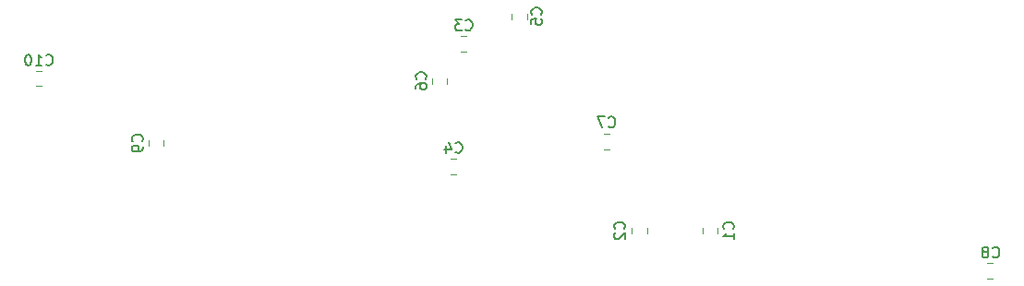
<source format=gbo>
G04 #@! TF.GenerationSoftware,KiCad,Pcbnew,(5.1.5)-3*
G04 #@! TF.CreationDate,2020-01-24T21:34:17-05:00*
G04 #@! TF.ProjectId,SmallyMouse2,536d616c-6c79-44d6-9f75-7365322e6b69,2.0*
G04 #@! TF.SameCoordinates,Original*
G04 #@! TF.FileFunction,Legend,Bot*
G04 #@! TF.FilePolarity,Positive*
%FSLAX46Y46*%
G04 Gerber Fmt 4.6, Leading zero omitted, Abs format (unit mm)*
G04 Created by KiCad (PCBNEW (5.1.5)-3) date 2020-01-24 21:34:17*
%MOMM*%
%LPD*%
G04 APERTURE LIST*
%ADD10C,0.120000*%
%ADD11C,0.150000*%
G04 APERTURE END LIST*
D10*
X98236252Y-37260000D02*
X97713748Y-37260000D01*
X98236252Y-35840000D02*
X97713748Y-35840000D01*
X109410000Y-42213748D02*
X109410000Y-42736252D01*
X107990000Y-42213748D02*
X107990000Y-42736252D01*
X160210000Y-50263748D02*
X160210000Y-50786252D01*
X158790000Y-50263748D02*
X158790000Y-50786252D01*
X185436252Y-54910000D02*
X184913748Y-54910000D01*
X185436252Y-53490000D02*
X184913748Y-53490000D01*
X150286252Y-43060000D02*
X149763748Y-43060000D01*
X150286252Y-41640000D02*
X149763748Y-41640000D01*
X135410000Y-36513748D02*
X135410000Y-37036252D01*
X133990000Y-36513748D02*
X133990000Y-37036252D01*
X141290000Y-31136252D02*
X141290000Y-30613748D01*
X142710000Y-31136252D02*
X142710000Y-30613748D01*
X136261252Y-45310000D02*
X135738748Y-45310000D01*
X136261252Y-43890000D02*
X135738748Y-43890000D01*
X137186252Y-34060000D02*
X136663748Y-34060000D01*
X137186252Y-32640000D02*
X136663748Y-32640000D01*
X153710000Y-50263748D02*
X153710000Y-50786252D01*
X152290000Y-50263748D02*
X152290000Y-50786252D01*
D11*
X98617857Y-35257142D02*
X98665476Y-35304761D01*
X98808333Y-35352380D01*
X98903571Y-35352380D01*
X99046428Y-35304761D01*
X99141666Y-35209523D01*
X99189285Y-35114285D01*
X99236904Y-34923809D01*
X99236904Y-34780952D01*
X99189285Y-34590476D01*
X99141666Y-34495238D01*
X99046428Y-34400000D01*
X98903571Y-34352380D01*
X98808333Y-34352380D01*
X98665476Y-34400000D01*
X98617857Y-34447619D01*
X97665476Y-35352380D02*
X98236904Y-35352380D01*
X97951190Y-35352380D02*
X97951190Y-34352380D01*
X98046428Y-34495238D01*
X98141666Y-34590476D01*
X98236904Y-34638095D01*
X97046428Y-34352380D02*
X96951190Y-34352380D01*
X96855952Y-34400000D01*
X96808333Y-34447619D01*
X96760714Y-34542857D01*
X96713095Y-34733333D01*
X96713095Y-34971428D01*
X96760714Y-35161904D01*
X96808333Y-35257142D01*
X96855952Y-35304761D01*
X96951190Y-35352380D01*
X97046428Y-35352380D01*
X97141666Y-35304761D01*
X97189285Y-35257142D01*
X97236904Y-35161904D01*
X97284523Y-34971428D01*
X97284523Y-34733333D01*
X97236904Y-34542857D01*
X97189285Y-34447619D01*
X97141666Y-34400000D01*
X97046428Y-34352380D01*
X107407142Y-42308333D02*
X107454761Y-42260714D01*
X107502380Y-42117857D01*
X107502380Y-42022619D01*
X107454761Y-41879761D01*
X107359523Y-41784523D01*
X107264285Y-41736904D01*
X107073809Y-41689285D01*
X106930952Y-41689285D01*
X106740476Y-41736904D01*
X106645238Y-41784523D01*
X106550000Y-41879761D01*
X106502380Y-42022619D01*
X106502380Y-42117857D01*
X106550000Y-42260714D01*
X106597619Y-42308333D01*
X107502380Y-42784523D02*
X107502380Y-42975000D01*
X107454761Y-43070238D01*
X107407142Y-43117857D01*
X107264285Y-43213095D01*
X107073809Y-43260714D01*
X106692857Y-43260714D01*
X106597619Y-43213095D01*
X106550000Y-43165476D01*
X106502380Y-43070238D01*
X106502380Y-42879761D01*
X106550000Y-42784523D01*
X106597619Y-42736904D01*
X106692857Y-42689285D01*
X106930952Y-42689285D01*
X107026190Y-42736904D01*
X107073809Y-42784523D01*
X107121428Y-42879761D01*
X107121428Y-43070238D01*
X107073809Y-43165476D01*
X107026190Y-43213095D01*
X106930952Y-43260714D01*
X161607142Y-50358333D02*
X161654761Y-50310714D01*
X161702380Y-50167857D01*
X161702380Y-50072619D01*
X161654761Y-49929761D01*
X161559523Y-49834523D01*
X161464285Y-49786904D01*
X161273809Y-49739285D01*
X161130952Y-49739285D01*
X160940476Y-49786904D01*
X160845238Y-49834523D01*
X160750000Y-49929761D01*
X160702380Y-50072619D01*
X160702380Y-50167857D01*
X160750000Y-50310714D01*
X160797619Y-50358333D01*
X161702380Y-51310714D02*
X161702380Y-50739285D01*
X161702380Y-51025000D02*
X160702380Y-51025000D01*
X160845238Y-50929761D01*
X160940476Y-50834523D01*
X160988095Y-50739285D01*
X185416666Y-52907142D02*
X185464285Y-52954761D01*
X185607142Y-53002380D01*
X185702380Y-53002380D01*
X185845238Y-52954761D01*
X185940476Y-52859523D01*
X185988095Y-52764285D01*
X186035714Y-52573809D01*
X186035714Y-52430952D01*
X185988095Y-52240476D01*
X185940476Y-52145238D01*
X185845238Y-52050000D01*
X185702380Y-52002380D01*
X185607142Y-52002380D01*
X185464285Y-52050000D01*
X185416666Y-52097619D01*
X184845238Y-52430952D02*
X184940476Y-52383333D01*
X184988095Y-52335714D01*
X185035714Y-52240476D01*
X185035714Y-52192857D01*
X184988095Y-52097619D01*
X184940476Y-52050000D01*
X184845238Y-52002380D01*
X184654761Y-52002380D01*
X184559523Y-52050000D01*
X184511904Y-52097619D01*
X184464285Y-52192857D01*
X184464285Y-52240476D01*
X184511904Y-52335714D01*
X184559523Y-52383333D01*
X184654761Y-52430952D01*
X184845238Y-52430952D01*
X184940476Y-52478571D01*
X184988095Y-52526190D01*
X185035714Y-52621428D01*
X185035714Y-52811904D01*
X184988095Y-52907142D01*
X184940476Y-52954761D01*
X184845238Y-53002380D01*
X184654761Y-53002380D01*
X184559523Y-52954761D01*
X184511904Y-52907142D01*
X184464285Y-52811904D01*
X184464285Y-52621428D01*
X184511904Y-52526190D01*
X184559523Y-52478571D01*
X184654761Y-52430952D01*
X150191666Y-40957142D02*
X150239285Y-41004761D01*
X150382142Y-41052380D01*
X150477380Y-41052380D01*
X150620238Y-41004761D01*
X150715476Y-40909523D01*
X150763095Y-40814285D01*
X150810714Y-40623809D01*
X150810714Y-40480952D01*
X150763095Y-40290476D01*
X150715476Y-40195238D01*
X150620238Y-40100000D01*
X150477380Y-40052380D01*
X150382142Y-40052380D01*
X150239285Y-40100000D01*
X150191666Y-40147619D01*
X149858333Y-40052380D02*
X149191666Y-40052380D01*
X149620238Y-41052380D01*
X133407142Y-36608333D02*
X133454761Y-36560714D01*
X133502380Y-36417857D01*
X133502380Y-36322619D01*
X133454761Y-36179761D01*
X133359523Y-36084523D01*
X133264285Y-36036904D01*
X133073809Y-35989285D01*
X132930952Y-35989285D01*
X132740476Y-36036904D01*
X132645238Y-36084523D01*
X132550000Y-36179761D01*
X132502380Y-36322619D01*
X132502380Y-36417857D01*
X132550000Y-36560714D01*
X132597619Y-36608333D01*
X132502380Y-37465476D02*
X132502380Y-37275000D01*
X132550000Y-37179761D01*
X132597619Y-37132142D01*
X132740476Y-37036904D01*
X132930952Y-36989285D01*
X133311904Y-36989285D01*
X133407142Y-37036904D01*
X133454761Y-37084523D01*
X133502380Y-37179761D01*
X133502380Y-37370238D01*
X133454761Y-37465476D01*
X133407142Y-37513095D01*
X133311904Y-37560714D01*
X133073809Y-37560714D01*
X132978571Y-37513095D01*
X132930952Y-37465476D01*
X132883333Y-37370238D01*
X132883333Y-37179761D01*
X132930952Y-37084523D01*
X132978571Y-37036904D01*
X133073809Y-36989285D01*
X144007142Y-30683333D02*
X144054761Y-30635714D01*
X144102380Y-30492857D01*
X144102380Y-30397619D01*
X144054761Y-30254761D01*
X143959523Y-30159523D01*
X143864285Y-30111904D01*
X143673809Y-30064285D01*
X143530952Y-30064285D01*
X143340476Y-30111904D01*
X143245238Y-30159523D01*
X143150000Y-30254761D01*
X143102380Y-30397619D01*
X143102380Y-30492857D01*
X143150000Y-30635714D01*
X143197619Y-30683333D01*
X143102380Y-31588095D02*
X143102380Y-31111904D01*
X143578571Y-31064285D01*
X143530952Y-31111904D01*
X143483333Y-31207142D01*
X143483333Y-31445238D01*
X143530952Y-31540476D01*
X143578571Y-31588095D01*
X143673809Y-31635714D01*
X143911904Y-31635714D01*
X144007142Y-31588095D01*
X144054761Y-31540476D01*
X144102380Y-31445238D01*
X144102380Y-31207142D01*
X144054761Y-31111904D01*
X144007142Y-31064285D01*
X136166666Y-43307142D02*
X136214285Y-43354761D01*
X136357142Y-43402380D01*
X136452380Y-43402380D01*
X136595238Y-43354761D01*
X136690476Y-43259523D01*
X136738095Y-43164285D01*
X136785714Y-42973809D01*
X136785714Y-42830952D01*
X136738095Y-42640476D01*
X136690476Y-42545238D01*
X136595238Y-42450000D01*
X136452380Y-42402380D01*
X136357142Y-42402380D01*
X136214285Y-42450000D01*
X136166666Y-42497619D01*
X135309523Y-42735714D02*
X135309523Y-43402380D01*
X135547619Y-42354761D02*
X135785714Y-43069047D01*
X135166666Y-43069047D01*
X137091666Y-32057142D02*
X137139285Y-32104761D01*
X137282142Y-32152380D01*
X137377380Y-32152380D01*
X137520238Y-32104761D01*
X137615476Y-32009523D01*
X137663095Y-31914285D01*
X137710714Y-31723809D01*
X137710714Y-31580952D01*
X137663095Y-31390476D01*
X137615476Y-31295238D01*
X137520238Y-31200000D01*
X137377380Y-31152380D01*
X137282142Y-31152380D01*
X137139285Y-31200000D01*
X137091666Y-31247619D01*
X136758333Y-31152380D02*
X136139285Y-31152380D01*
X136472619Y-31533333D01*
X136329761Y-31533333D01*
X136234523Y-31580952D01*
X136186904Y-31628571D01*
X136139285Y-31723809D01*
X136139285Y-31961904D01*
X136186904Y-32057142D01*
X136234523Y-32104761D01*
X136329761Y-32152380D01*
X136615476Y-32152380D01*
X136710714Y-32104761D01*
X136758333Y-32057142D01*
X151607142Y-50333333D02*
X151654761Y-50285714D01*
X151702380Y-50142857D01*
X151702380Y-50047619D01*
X151654761Y-49904761D01*
X151559523Y-49809523D01*
X151464285Y-49761904D01*
X151273809Y-49714285D01*
X151130952Y-49714285D01*
X150940476Y-49761904D01*
X150845238Y-49809523D01*
X150750000Y-49904761D01*
X150702380Y-50047619D01*
X150702380Y-50142857D01*
X150750000Y-50285714D01*
X150797619Y-50333333D01*
X150797619Y-50714285D02*
X150750000Y-50761904D01*
X150702380Y-50857142D01*
X150702380Y-51095238D01*
X150750000Y-51190476D01*
X150797619Y-51238095D01*
X150892857Y-51285714D01*
X150988095Y-51285714D01*
X151130952Y-51238095D01*
X151702380Y-50666666D01*
X151702380Y-51285714D01*
M02*

</source>
